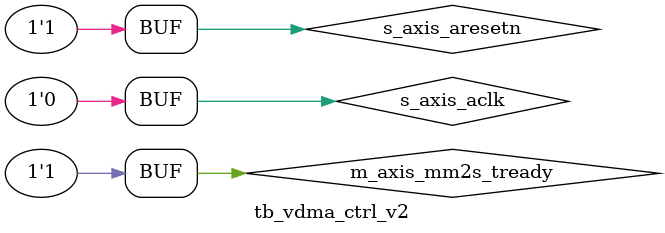
<source format=v>
`timescale 1ns / 1ps


module tb_vdma_ctrl_v2();

reg                                s_axis_aclk         ;
reg                                s_axis_aresetn      ;

wire    [63:0]                     s_axis_mm2s_tdata   ;
wire                               s_axis_mm2s_tlast   ;
wire                               s_axis_mm2s_tready  ;
wire                               s_axis_mm2s_tuser   ;
wire                               s_axis_mm2s_tvalid  ;

wire    [63:0]                     m_axis_mm2s_tdata   ;
wire                               m_axis_mm2s_tlast   ;
reg                                m_axis_mm2s_tready  ;
wire                               m_axis_mm2s_tuser   ;
wire                               m_axis_mm2s_tvalid  ;

initial begin
    s_axis_aclk <= 1'b0;
    s_axis_aresetn <= 1'b0;
    m_axis_mm2s_tready <= 1'b0;
    #100 
    s_axis_aresetn <= 1'b1;
    #1000 
    m_axis_mm2s_tready <= 1'b1;
end

always begin
    #2
    s_axis_aclk <= 1'b1;
    #2 
    s_axis_aclk <= 1'b0;
end

axis_master #(
    . S_AXIS_TDATA_WIDTH    ( 16'd64   ) ,
    . VDMA_ROW	            ( 32'd2320 ) , 
    . VDMA_COLUMN           ( 32'd3840 ) ,
    . TLAST_DELAY_TIME      ( 32'd1    ) , // >=1
    . FRAME_START_TIME      ( 32'd999  ) 
)u_axis_master
(
    . s_axis_aclk         ( s_axis_aclk        ),
    . s_axis_aresetn      ( s_axis_aresetn     ),

    . s_axis_mm2s_tdata   ( s_axis_mm2s_tdata  ),
    . s_axis_mm2s_tlast   ( s_axis_mm2s_tlast  ),
    . s_axis_mm2s_tready  ( s_axis_mm2s_tready ),
    . s_axis_mm2s_tuser   ( s_axis_mm2s_tuser  ),
    . s_axis_mm2s_tvalid  ( s_axis_mm2s_tvalid )
);

//Ctrl_vdma_out u_Ctrl_vdma_out
vdma_ctrl_v2 u_vdma_ctrl_v2
(
    . s_axis_aclk        (s_axis_aclk       ) ,
    . s_axis_aresetn     (s_axis_aresetn    ) ,
    
    . vdma_row           (32'd2320          ) ,//(32'd2320  ) ,//(16'd2320          ) ,//5ns
    . tlast_time         (32'd2299          ) ,//(32'd19    ) ,//(16'd1912          ) ,
    . frame_end_time     (32'd772432        ) ,//(32'd6059752),//(16'd3218          ) ,

    . s_axis_mm2s_tdata  (s_axis_mm2s_tdata ) ,
    . s_axis_mm2s_tlast  (s_axis_mm2s_tlast ) ,
    . s_axis_mm2s_tready (s_axis_mm2s_tready) ,
    . s_axis_mm2s_tuser  (s_axis_mm2s_tuser ) ,
    . s_axis_mm2s_tvalid (s_axis_mm2s_tvalid) ,

    . m_axis_mm2s_tdata  (m_axis_mm2s_tdata ) ,
    . m_axis_mm2s_tlast  (m_axis_mm2s_tlast ) ,
    . m_axis_mm2s_tready (m_axis_mm2s_tready) ,
    . m_axis_mm2s_tuser  (m_axis_mm2s_tuser ) ,
    . m_axis_mm2s_tvalid (m_axis_mm2s_tvalid)     
);

endmodule

</source>
